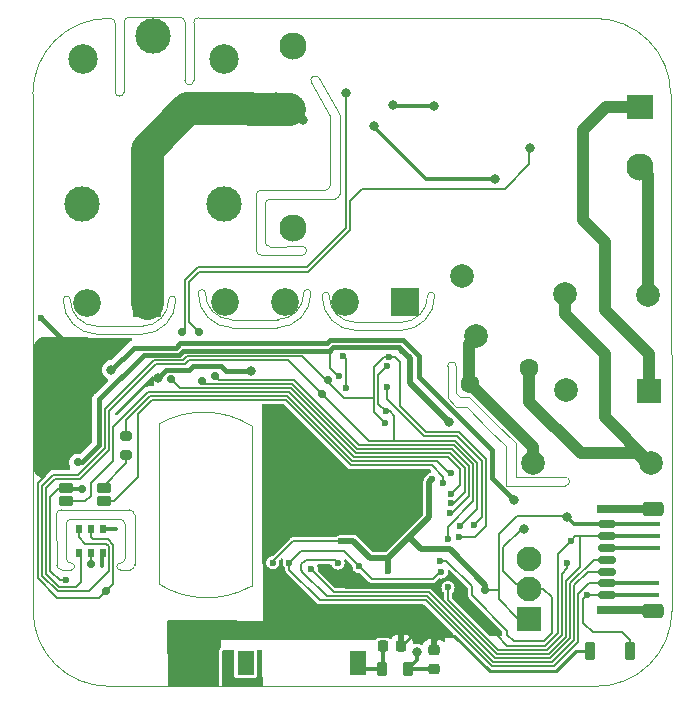
<source format=gbr>
%TF.GenerationSoftware,KiCad,Pcbnew,7.0.6*%
%TF.CreationDate,2023-07-20T17:02:44+02:00*%
%TF.ProjectId,smart_power_socket-54x54x1_6mm_3Cu,736d6172-745f-4706-9f77-65725f736f63,rev?*%
%TF.SameCoordinates,Original*%
%TF.FileFunction,Copper,L2,Bot*%
%TF.FilePolarity,Positive*%
%FSLAX46Y46*%
G04 Gerber Fmt 4.6, Leading zero omitted, Abs format (unit mm)*
G04 Created by KiCad (PCBNEW 7.0.6) date 2023-07-20 17:02:44*
%MOMM*%
%LPD*%
G01*
G04 APERTURE LIST*
G04 Aperture macros list*
%AMRoundRect*
0 Rectangle with rounded corners*
0 $1 Rounding radius*
0 $2 $3 $4 $5 $6 $7 $8 $9 X,Y pos of 4 corners*
0 Add a 4 corners polygon primitive as box body*
4,1,4,$2,$3,$4,$5,$6,$7,$8,$9,$2,$3,0*
0 Add four circle primitives for the rounded corners*
1,1,$1+$1,$2,$3*
1,1,$1+$1,$4,$5*
1,1,$1+$1,$6,$7*
1,1,$1+$1,$8,$9*
0 Add four rect primitives between the rounded corners*
20,1,$1+$1,$2,$3,$4,$5,0*
20,1,$1+$1,$4,$5,$6,$7,0*
20,1,$1+$1,$6,$7,$8,$9,0*
20,1,$1+$1,$8,$9,$2,$3,0*%
G04 Aperture macros list end*
%TA.AperFunction,SMDPad,CuDef*%
%ADD10R,4.500000X0.300000*%
%TD*%
%TA.AperFunction,SMDPad,CuDef*%
%ADD11RoundRect,0.225000X-0.225000X-0.250000X0.225000X-0.250000X0.225000X0.250000X-0.225000X0.250000X0*%
%TD*%
%TA.AperFunction,SMDPad,CuDef*%
%ADD12R,1.400000X2.100000*%
%TD*%
%TA.AperFunction,SMDPad,CuDef*%
%ADD13R,5.700000X0.800000*%
%TD*%
%TA.AperFunction,SMDPad,CuDef*%
%ADD14RoundRect,0.218750X-0.218750X-0.381250X0.218750X-0.381250X0.218750X0.381250X-0.218750X0.381250X0*%
%TD*%
%TA.AperFunction,SMDPad,CuDef*%
%ADD15RoundRect,0.150000X-0.625000X0.150000X-0.625000X-0.150000X0.625000X-0.150000X0.625000X0.150000X0*%
%TD*%
%TA.AperFunction,SMDPad,CuDef*%
%ADD16RoundRect,0.250000X-0.650000X0.350000X-0.650000X-0.350000X0.650000X-0.350000X0.650000X0.350000X0*%
%TD*%
%TA.AperFunction,SMDPad,CuDef*%
%ADD17RoundRect,0.200000X-0.275000X0.200000X-0.275000X-0.200000X0.275000X-0.200000X0.275000X0.200000X0*%
%TD*%
%TA.AperFunction,ComponentPad*%
%ADD18C,1.600000*%
%TD*%
%TA.AperFunction,ComponentPad*%
%ADD19C,3.000000*%
%TD*%
%TA.AperFunction,ComponentPad*%
%ADD20C,2.500000*%
%TD*%
%TA.AperFunction,SMDPad,CuDef*%
%ADD21RoundRect,0.200000X-0.200000X-0.600000X0.200000X-0.600000X0.200000X0.600000X-0.200000X0.600000X0*%
%TD*%
%TA.AperFunction,SMDPad,CuDef*%
%ADD22RoundRect,0.037100X0.227900X-0.317900X0.227900X0.317900X-0.227900X0.317900X-0.227900X-0.317900X0*%
%TD*%
%TA.AperFunction,ComponentPad*%
%ADD23C,2.010000*%
%TD*%
%TA.AperFunction,SMDPad,CuDef*%
%ADD24RoundRect,0.124800X0.475200X0.275200X-0.475200X0.275200X-0.475200X-0.275200X0.475200X-0.275200X0*%
%TD*%
%TA.AperFunction,ComponentPad*%
%ADD25R,2.340000X2.340000*%
%TD*%
%TA.AperFunction,ComponentPad*%
%ADD26C,2.340000*%
%TD*%
%TA.AperFunction,ComponentPad*%
%ADD27R,2.000000X2.000000*%
%TD*%
%TA.AperFunction,ComponentPad*%
%ADD28C,2.000000*%
%TD*%
%TA.AperFunction,ComponentPad*%
%ADD29R,2.300000X2.000000*%
%TD*%
%TA.AperFunction,ComponentPad*%
%ADD30C,2.300000*%
%TD*%
%TA.AperFunction,ComponentPad*%
%ADD31R,2.100000X2.100000*%
%TD*%
%TA.AperFunction,ComponentPad*%
%ADD32C,2.100000*%
%TD*%
%TA.AperFunction,SMDPad,CuDef*%
%ADD33RoundRect,0.225000X0.250000X-0.225000X0.250000X0.225000X-0.250000X0.225000X-0.250000X-0.225000X0*%
%TD*%
%TA.AperFunction,ViaPad*%
%ADD34C,0.700000*%
%TD*%
%TA.AperFunction,ViaPad*%
%ADD35C,0.600000*%
%TD*%
%TA.AperFunction,ViaPad*%
%ADD36C,0.800000*%
%TD*%
%TA.AperFunction,Conductor*%
%ADD37C,0.400000*%
%TD*%
%TA.AperFunction,Conductor*%
%ADD38C,0.150000*%
%TD*%
%TA.AperFunction,Conductor*%
%ADD39C,0.510000*%
%TD*%
%TA.AperFunction,Conductor*%
%ADD40C,0.200000*%
%TD*%
%TA.AperFunction,Conductor*%
%ADD41C,0.300000*%
%TD*%
%TA.AperFunction,Conductor*%
%ADD42C,0.250000*%
%TD*%
%TA.AperFunction,Conductor*%
%ADD43C,0.320000*%
%TD*%
%TA.AperFunction,Conductor*%
%ADD44C,1.000000*%
%TD*%
%TA.AperFunction,Conductor*%
%ADD45C,2.800000*%
%TD*%
%TA.AperFunction,Profile*%
%ADD46C,0.100000*%
%TD*%
G04 APERTURE END LIST*
D10*
%TO.P,,1*%
%TO.N,ESP_GPIO0_BOOT-DTR*%
X164860000Y-117910000D03*
%TD*%
%TO.P,,1*%
%TO.N,GND*%
X164920000Y-113920000D03*
%TD*%
%TO.P,,1*%
%TO.N,CHIP_EN*%
X164810000Y-118930000D03*
%TD*%
%TO.P,,1*%
%TO.N,3V3*%
X164900000Y-112930000D03*
%TD*%
%TO.P,,1*%
%TO.N,GND3*%
X164920000Y-114920000D03*
%TD*%
D11*
%TO.P,EC6,1*%
%TO.N,Net-(ANT1-Pad1)*%
X143690000Y-123240000D03*
%TO.P,EC6,2*%
%TO.N,GND*%
X145240000Y-123240000D03*
%TD*%
D12*
%TO.P,ANT1,1,1*%
%TO.N,Net-(ANT1-Pad1)*%
X141540000Y-124650000D03*
%TO.P,ANT1,2,2*%
%TO.N,unconnected-(ANT1-Pad2)*%
X132040000Y-124650000D03*
%TD*%
D13*
%TO.P,,1*%
%TO.N,GND3*%
X164590000Y-111600000D03*
%TD*%
D14*
%TO.P,EL1,1,1*%
%TO.N,Net-(ANT1-Pad1)*%
X143630000Y-125170000D03*
%TO.P,EL1,2,2*%
%TO.N,ESP_LNA_RF*%
X145755000Y-125170000D03*
%TD*%
D15*
%TO.P,J1,1,Pin_1*%
%TO.N,3V3*%
X162685000Y-112920000D03*
%TO.P,J1,2,Pin_2*%
%TO.N,GND*%
X162685000Y-113920000D03*
%TO.P,J1,3,Pin_3*%
%TO.N,unconnected-(J1-Pin_3-Pad3)*%
X162685000Y-114920000D03*
%TO.P,J1,4,Pin_4*%
%TO.N,TXD0*%
X162685000Y-115920000D03*
%TO.P,J1,5,Pin_5*%
%TO.N,RXD0*%
X162685000Y-116920000D03*
%TO.P,J1,6,Pin_6*%
%TO.N,ESP_GPIO0_BOOT-DTR*%
X162685000Y-117920000D03*
%TO.P,J1,7,Pin_7*%
%TO.N,CHIP_EN*%
X162685000Y-118920000D03*
D16*
%TO.P,J1,MP*%
%TO.N,N/C*%
X166560000Y-111620000D03*
X166560000Y-120220000D03*
%TD*%
D17*
%TO.P,LR1,1*%
%TO.N,LED_R_IO13*%
X121920000Y-105395000D03*
%TO.P,LR1,2*%
%TO.N,Net-(LED1-RA)*%
X121920000Y-107045000D03*
%TD*%
D18*
%TO.P,HLV1,1*%
%TO.N,Net-(HLC2-Pad1)*%
X151019924Y-101002000D03*
%TO.P,HLV1,2*%
%TO.N,/GND_220*%
X156019924Y-99702000D03*
%TD*%
D19*
%TO.P,Relay1,1*%
%TO.N,Net-(ACS1-IP--Pad3)*%
X124194924Y-71607000D03*
D20*
%TO.P,Relay1,2*%
%TO.N,GND*%
X130244924Y-73557000D03*
D19*
%TO.P,Relay1,3*%
%TO.N,LINE_OUT*%
X130244924Y-85757000D03*
%TO.P,Relay1,4*%
%TO.N,unconnected-(Relay1-Pad4)*%
X118194924Y-85807000D03*
D20*
%TO.P,Relay1,5*%
%TO.N,Net-(HLD3-K)*%
X118244924Y-73557000D03*
%TD*%
D21*
%TO.P,RST1,1,1*%
%TO.N,GND*%
X161240000Y-123620000D03*
%TO.P,RST1,2,2*%
%TO.N,CHIP_EN*%
X164580000Y-123620000D03*
%TD*%
D22*
%TO.P,U4,1,NC*%
%TO.N,unconnected-(U4-NC-Pad1)*%
X119940000Y-115320000D03*
%TO.P,U4,2,VDD*%
%TO.N,3V3*%
X118940000Y-115320000D03*
%TO.P,U4,3,SCL*%
%TO.N,GPIO9_I2C_SCL*%
X117940000Y-115320000D03*
%TO.P,U4,4,SDA*%
%TO.N,GPIO8_I2C_SDA*%
X117940000Y-113350000D03*
%TO.P,U4,5,GND*%
%TO.N,GND*%
X118940000Y-113350000D03*
%TO.P,U4,6,NC*%
%TO.N,unconnected-(U4-NC-Pad6)*%
X119940000Y-113350000D03*
%TD*%
D23*
%TO.P,PF1,1*%
%TO.N,Net-(HLC2-Pad1)*%
X151579924Y-96952000D03*
%TO.P,PF1,2*%
%TO.N,/AC_220_IN*%
X150379924Y-91852000D03*
%TD*%
D24*
%TO.P,LED1,1,GA*%
%TO.N,LED_G_IO14*%
X120040000Y-110950000D03*
%TO.P,LED1,2,BA*%
%TO.N,LED_B_IO12*%
X116860000Y-110960000D03*
%TO.P,LED1,3,RA*%
%TO.N,Net-(LED1-RA)*%
X120040000Y-109810000D03*
%TO.P,LED1,4,K*%
%TO.N,3V3*%
X116850000Y-109840000D03*
%TD*%
D13*
%TO.P,,1*%
%TO.N,GND3*%
X164580000Y-120210000D03*
%TD*%
D25*
%TO.P,J5,1,Pin_1*%
%TO.N,/GND_220*%
X123730000Y-94180000D03*
D26*
%TO.P,J5,2,Pin_2*%
%TO.N,LINE_OUT*%
X118650000Y-94180000D03*
%TD*%
D27*
%TO.P,HLL2,1,1*%
%TO.N,Net-(HiLink1-AC_N)*%
X166205549Y-101650750D03*
D28*
%TO.P,HLL2,2,2*%
%TO.N,Net-(HLC2-Pad1)*%
X159138049Y-101578250D03*
%TO.P,HLL2,3,3*%
%TO.N,Net-(HiLink1-AC_L)*%
X166135549Y-93522750D03*
%TO.P,HLL2,4,4*%
%TO.N,/GND_220*%
X159088049Y-93445250D03*
%TD*%
D25*
%TO.P,J2,1,Pin_1*%
%TO.N,/AC_220_IN*%
X145530000Y-94080000D03*
D26*
%TO.P,J2,2,Pin_2*%
X140450000Y-94080000D03*
%TO.P,J2,3,Pin_3*%
%TO.N,/GND_220*%
X135370000Y-94080000D03*
%TO.P,J2,4,Pin_4*%
X130290000Y-94080000D03*
%TD*%
D29*
%TO.P,HiLink1,1,AC_N*%
%TO.N,Net-(HiLink1-AC_N)*%
X165422424Y-77622000D03*
D30*
%TO.P,HiLink1,2,AC_L*%
%TO.N,Net-(HiLink1-AC_L)*%
X165422424Y-82622000D03*
%TO.P,HiLink1,3,DC-*%
%TO.N,GND3*%
X136022424Y-72422000D03*
%TO.P,HiLink1,4,DC+*%
%TO.N,Net-(HiLink1-DC+)*%
X136022424Y-87822000D03*
%TD*%
D31*
%TO.P,TEMPDS1,1,Pin_1*%
%TO.N,3V3*%
X156040000Y-120890000D03*
D32*
%TO.P,TEMPDS1,2,Pin_2*%
%TO.N,DS_TEMP_IO01*%
X156040000Y-118350000D03*
%TO.P,TEMPDS1,3,Pin_3*%
%TO.N,GND*%
X156040000Y-115810000D03*
%TD*%
D33*
%TO.P,EC9,1*%
%TO.N,ESP_LNA_RF*%
X147990000Y-125145000D03*
%TO.P,EC9,2*%
%TO.N,GND*%
X147990000Y-123595000D03*
%TD*%
D28*
%TO.P,HLC2,1*%
%TO.N,Net-(HLC2-Pad1)*%
X156390000Y-107740000D03*
%TO.P,HLC2,2*%
%TO.N,/GND_220*%
X166390000Y-107740000D03*
%TD*%
D34*
%TO.N,3V3*%
X117830000Y-107680000D03*
D35*
X140330000Y-98640000D03*
X116840000Y-117665500D03*
X140114000Y-114349424D03*
D34*
X152310228Y-118505449D03*
D35*
X140560000Y-101370000D03*
D34*
X118930000Y-116300000D03*
D35*
X134350000Y-116150000D03*
D36*
X159230000Y-112260000D03*
D35*
X147845553Y-109087813D03*
D36*
X149245000Y-104265000D03*
D34*
X118210000Y-109890000D03*
D35*
X139994000Y-100320000D03*
X144090076Y-116905500D03*
D36*
%TO.N,GND*%
X146230228Y-111825449D03*
X145180228Y-110845449D03*
X144960228Y-113185449D03*
X143964000Y-112059424D03*
X132530000Y-99920000D03*
D35*
X150350000Y-118380000D03*
D36*
X119400000Y-99400000D03*
X142760228Y-110905449D03*
X148270000Y-122360000D03*
D35*
X114720000Y-95450000D03*
D36*
X148009924Y-77522000D03*
D35*
X159580000Y-114300000D03*
D36*
X142600076Y-113375500D03*
D34*
X120240000Y-118550000D03*
D36*
X117169924Y-102142000D03*
X143610228Y-114425449D03*
D35*
X153250000Y-122150000D03*
X139630000Y-117380000D03*
D36*
X144544924Y-77452000D03*
X124630000Y-100510000D03*
X144120228Y-109945449D03*
%TO.N,5V0*%
X153179924Y-83642000D03*
X120690000Y-99820000D03*
X154730000Y-110850000D03*
X142924924Y-79202000D03*
D35*
%TO.N,RXD0*%
X139865000Y-116185000D03*
%TO.N,TXD0*%
X137600000Y-116720500D03*
%TO.N,CHIP_EN*%
X149190000Y-118250000D03*
X160970000Y-118920000D03*
X159270000Y-116160000D03*
%TO.N,ESP_GPIO0_BOOT-DTR*%
X141638277Y-116465625D03*
X148600000Y-116950000D03*
X135735076Y-116170500D03*
%TO.N,GPIO8_I2C_SDA*%
X143870000Y-104350000D03*
X144220670Y-98763567D03*
D34*
X138990000Y-100730000D03*
D35*
X150150000Y-114010000D03*
%TO.N,GPIO9_I2C_SCL*%
X150240000Y-113040000D03*
D34*
X138540000Y-101900000D03*
D35*
X144030000Y-99540000D03*
X143900000Y-103360000D03*
D34*
%TO.N,ACS_HALL_IO10*%
X126680000Y-96660000D03*
X128330000Y-100745500D03*
D35*
X149325076Y-111980500D03*
D36*
X140549924Y-76412000D03*
D35*
%TO.N,RELAY_EN_IO11*%
X149395076Y-111123185D03*
D34*
X125750000Y-100650000D03*
D35*
%TO.N,LED_B_IO12*%
X149472274Y-110325769D03*
%TO.N,LED_R_IO13*%
X149470000Y-108550000D03*
%TO.N,LED_G_IO14*%
X148740000Y-109380000D03*
D36*
%TO.N,DS_TEMP_IO01*%
X155597424Y-113292576D03*
D35*
X148540000Y-116000000D03*
%TO.N,IMU_CS_IO06*%
X144000000Y-101300000D03*
X151370000Y-112980000D03*
D34*
%TO.N,BUZZER_IO07*%
X129480000Y-100395500D03*
D35*
X149175076Y-114150500D03*
D36*
X156120000Y-81020000D03*
D34*
X128100000Y-96650000D03*
D36*
%TO.N,ESP_LNA_RF*%
X146550000Y-123700000D03*
%TO.N,/GND_220*%
X135770000Y-78450000D03*
X134640000Y-76740000D03*
X136890000Y-78680000D03*
X136520000Y-77590000D03*
X135600000Y-76870000D03*
X135020000Y-77640000D03*
%TD*%
D37*
%TO.N,3V3*%
X118218248Y-107680000D02*
X117830000Y-107680000D01*
D38*
X139910000Y-100320000D02*
X139994000Y-100320000D01*
D39*
X141126449Y-114306449D02*
X140116449Y-114306449D01*
D40*
X159230000Y-112260000D02*
X159170000Y-112200000D01*
D38*
X116840000Y-117665500D02*
X116355500Y-117665500D01*
D41*
X159230000Y-112260000D02*
X159890000Y-112920000D01*
D37*
X119665000Y-106233248D02*
X118218248Y-107680000D01*
D38*
X118930000Y-116300000D02*
X118940000Y-116290000D01*
D37*
X123450000Y-98550000D02*
X119665000Y-102335000D01*
D38*
X153480000Y-118495449D02*
X153470000Y-118505449D01*
X139230000Y-98130000D02*
X139230000Y-99640000D01*
D40*
X153470000Y-118050000D02*
X153470000Y-119230000D01*
X159170000Y-112200000D02*
X155030000Y-112200000D01*
D37*
X139460000Y-97900000D02*
X145020000Y-97900000D01*
D41*
X116900000Y-109890000D02*
X116850000Y-109840000D01*
D39*
X144092525Y-115762525D02*
X144092525Y-116862525D01*
D38*
X139230000Y-99640000D02*
X139910000Y-100320000D01*
D39*
X152310228Y-118040228D02*
X149310000Y-115040000D01*
D40*
X153470000Y-113760000D02*
X153470000Y-118050000D01*
D39*
X147582525Y-112272525D02*
X144092525Y-115762525D01*
D41*
X118210000Y-109890000D02*
X116900000Y-109890000D01*
D39*
X147582525Y-109350841D02*
X147582525Y-112272525D01*
D37*
X139230000Y-98130000D02*
X139160000Y-98200000D01*
X139160000Y-98200000D02*
X126773274Y-98200000D01*
D38*
X115520000Y-110580000D02*
X116260000Y-109840000D01*
X116260000Y-109840000D02*
X116850000Y-109840000D01*
D37*
X145020000Y-97900000D02*
X145240000Y-98120000D01*
D41*
X156040000Y-120890000D02*
X155270000Y-120890000D01*
D39*
X149245000Y-104265000D02*
X145960000Y-100980000D01*
D37*
X126423274Y-98550000D02*
X123450000Y-98550000D01*
D42*
X156130000Y-120890000D02*
X155878000Y-121142000D01*
D39*
X147845553Y-109087813D02*
X147582525Y-109350841D01*
X142582525Y-115762525D02*
X141126449Y-114306449D01*
D40*
X153470000Y-119230000D02*
X155130000Y-120890000D01*
X155130000Y-120890000D02*
X156040000Y-120890000D01*
D38*
X140560000Y-98870000D02*
X140560000Y-101370000D01*
D39*
X152310228Y-118505449D02*
X152310228Y-118040228D01*
D37*
X119665000Y-102335000D02*
X119665000Y-106233248D01*
D39*
X144092525Y-115762525D02*
X142582525Y-115762525D01*
D40*
X155030000Y-112200000D02*
X153470000Y-113760000D01*
D39*
X145960000Y-100980000D02*
X145960000Y-98840000D01*
D38*
X118940000Y-116290000D02*
X118940000Y-115320000D01*
D40*
X153470000Y-118505449D02*
X152310228Y-118505449D01*
D38*
X115520000Y-116830000D02*
X115520000Y-110580000D01*
X140330000Y-98640000D02*
X140560000Y-98870000D01*
D41*
X159890000Y-112920000D02*
X162685000Y-112920000D01*
D38*
X136020576Y-114349424D02*
X140114000Y-114349424D01*
D39*
X145960000Y-98840000D02*
X145240000Y-98120000D01*
D38*
X116355500Y-117665500D02*
X115520000Y-116830000D01*
X134350000Y-116020000D02*
X136020576Y-114349424D01*
D37*
X126773274Y-98200000D02*
X126423274Y-98550000D01*
D41*
X156040000Y-120890000D02*
X156490000Y-120890000D01*
D39*
X149310000Y-115040000D02*
X146890001Y-115040000D01*
D37*
X139230000Y-98130000D02*
X139460000Y-97900000D01*
D40*
X153470000Y-118050000D02*
X153470000Y-118505449D01*
X147755000Y-112115000D02*
X147755000Y-112145000D01*
D38*
X134350000Y-116150000D02*
X134350000Y-116020000D01*
D39*
X146890001Y-115040000D02*
X145852576Y-114002575D01*
D38*
%TO.N,GND*%
X118940000Y-113990000D02*
X118940000Y-113350000D01*
X120240000Y-118550000D02*
X120830000Y-117960000D01*
D40*
X120240000Y-118550000D02*
X119640000Y-119150000D01*
X116120000Y-119150000D02*
X114445000Y-117475000D01*
D42*
X149724313Y-122360000D02*
X152714312Y-125350000D01*
D37*
X119400000Y-99400000D02*
X118670000Y-99400000D01*
X118670000Y-99400000D02*
X114720000Y-95450000D01*
D42*
X153250000Y-121730000D02*
X153250000Y-122150000D01*
D38*
X153380000Y-122400000D02*
X153380000Y-122210000D01*
D37*
X132490000Y-99960000D02*
X130390000Y-99960000D01*
D43*
X147990000Y-123595000D02*
X147990000Y-122640000D01*
D38*
X159180000Y-117730000D02*
X160380000Y-116530000D01*
X120830000Y-114645026D02*
X120374974Y-114190000D01*
D40*
X114445000Y-117475000D02*
X114445000Y-109425000D01*
X144614924Y-77522000D02*
X144544924Y-77452000D01*
D38*
X159580000Y-114300000D02*
X159960000Y-113920000D01*
D42*
X146110000Y-122370000D02*
X145240000Y-123240000D01*
D38*
X157705026Y-123900000D02*
X159180000Y-122425026D01*
D37*
X129930000Y-99500000D02*
X127590000Y-99500000D01*
D38*
X154160000Y-123180000D02*
X153380000Y-122400000D01*
X147724922Y-118310000D02*
X153314922Y-123900000D01*
X158460000Y-122155078D02*
X157435078Y-123180000D01*
X120830000Y-117960000D02*
X120830000Y-114645026D01*
X140560000Y-118310000D02*
X147724922Y-118310000D01*
X120374974Y-114190000D02*
X119140000Y-114190000D01*
D42*
X150350000Y-118380000D02*
X150350000Y-118830000D01*
D37*
X117169924Y-104360076D02*
X117169924Y-102142000D01*
D42*
X153310000Y-122210000D02*
X153250000Y-122150000D01*
X148260000Y-122370000D02*
X146110000Y-122370000D01*
D38*
X139630000Y-117380000D02*
X140560000Y-118310000D01*
D42*
X153380000Y-122210000D02*
X153310000Y-122210000D01*
D37*
X127590000Y-99500000D02*
X127240000Y-99850000D01*
D42*
X160035634Y-123620000D02*
X161240000Y-123620000D01*
D37*
X125290000Y-99850000D02*
X124630000Y-100510000D01*
X132530000Y-99920000D02*
X132490000Y-99960000D01*
D38*
X153314922Y-123900000D02*
X157705026Y-123900000D01*
X119140000Y-114190000D02*
X118940000Y-113990000D01*
D40*
X119640000Y-119150000D02*
X116120000Y-119150000D01*
D42*
X148270000Y-122360000D02*
X148260000Y-122370000D01*
D38*
X159960000Y-113920000D02*
X162685000Y-113920000D01*
D37*
X130390000Y-99960000D02*
X129930000Y-99500000D01*
D42*
X158305634Y-125350000D02*
X160035634Y-123620000D01*
D41*
X148009924Y-77522000D02*
X144614924Y-77522000D01*
D42*
X152714312Y-125350000D02*
X158305634Y-125350000D01*
D38*
X159665000Y-114315000D02*
X159605000Y-114315000D01*
X157435078Y-123180000D02*
X154160000Y-123180000D01*
X160380000Y-116530000D02*
X160380000Y-113920000D01*
D42*
X148270000Y-122360000D02*
X149724313Y-122360000D01*
D38*
X158460000Y-115460000D02*
X158460000Y-122155078D01*
D37*
X116030000Y-105500000D02*
X117169924Y-104360076D01*
D43*
X147990000Y-122640000D02*
X148270000Y-122360000D01*
D38*
X159180000Y-122425026D02*
X159180000Y-117730000D01*
D40*
X114445000Y-109425000D02*
X116030000Y-107840000D01*
D38*
X159605000Y-114315000D02*
X158460000Y-115460000D01*
D42*
X150350000Y-118830000D02*
X153250000Y-121730000D01*
D37*
X116030000Y-107840000D02*
X116030000Y-105500000D01*
X127240000Y-99850000D02*
X125290000Y-99850000D01*
D41*
%TO.N,5V0*%
X147319924Y-83642000D02*
X153179924Y-83642000D01*
X142924924Y-79202000D02*
X142924924Y-79247000D01*
X142924924Y-79247000D02*
X147319924Y-83642000D01*
D37*
X126174746Y-97950000D02*
X126524746Y-97600000D01*
X145346310Y-97300000D02*
X146690000Y-98643690D01*
X138911472Y-97600000D02*
X139211472Y-97300000D01*
X120690000Y-99820000D02*
X122560000Y-97950000D01*
X146690000Y-100440000D02*
X152910000Y-106660000D01*
X152910000Y-109030000D02*
X154730000Y-110850000D01*
X139211472Y-97300000D02*
X145346310Y-97300000D01*
X122560000Y-97950000D02*
X126174746Y-97950000D01*
X126524746Y-97600000D02*
X138911472Y-97600000D01*
X152910000Y-106660000D02*
X152910000Y-109030000D01*
X146690000Y-98643690D02*
X146690000Y-100440000D01*
D38*
%TO.N,RXD0*%
X136856447Y-116916447D02*
X138950000Y-119010000D01*
X161005026Y-116920000D02*
X162685000Y-116920000D01*
X136710000Y-116527107D02*
X136710000Y-116562893D01*
X159880000Y-118045026D02*
X161005026Y-116920000D01*
X138950000Y-119010000D02*
X147434974Y-119010000D01*
X136711602Y-116461491D02*
X136710000Y-116527107D01*
X137201491Y-115971597D02*
X137074729Y-116005561D01*
X136811176Y-116868922D02*
X136856447Y-116916447D01*
X139650000Y-115970000D02*
X137267107Y-115970000D01*
X136856446Y-116173554D02*
X136811179Y-116221082D01*
X136711597Y-116628509D02*
X136745561Y-116755271D01*
X157994974Y-124600000D02*
X159880000Y-122714974D01*
X136961078Y-116071176D02*
X136913553Y-116116447D01*
X136745565Y-116334732D02*
X136711602Y-116461491D01*
X147434974Y-119010000D02*
X153024973Y-124600000D01*
X139865000Y-116185000D02*
X139650000Y-115970000D01*
X136811179Y-116221082D02*
X136745565Y-116334732D01*
X136745561Y-116755271D02*
X136811176Y-116868922D01*
X137074729Y-116005561D02*
X136961078Y-116071176D01*
X153024973Y-124600000D02*
X157994974Y-124600000D01*
X159880000Y-122714974D02*
X159880000Y-118045026D01*
X136710000Y-116562893D02*
X136711597Y-116628509D01*
X136913553Y-116116447D02*
X136856446Y-116173554D01*
X137267107Y-115970000D02*
X137201491Y-115971597D01*
%TO.N,TXD0*%
X157850000Y-124250000D02*
X159530000Y-122570000D01*
X159530000Y-117900052D02*
X161510052Y-115920000D01*
X137600000Y-116730000D02*
X139530000Y-118660000D01*
X153169947Y-124250000D02*
X157850000Y-124250000D01*
X137600000Y-116720500D02*
X137600000Y-116730000D01*
X159530000Y-122570000D02*
X159530000Y-117900052D01*
X161510052Y-115920000D02*
X162685000Y-115920000D01*
X139530000Y-118660000D02*
X147579948Y-118660000D01*
X147579948Y-118660000D02*
X153169947Y-124250000D01*
%TO.N,CHIP_EN*%
X160650000Y-121250000D02*
X161460000Y-122060000D01*
X157580052Y-123530000D02*
X153439896Y-123530000D01*
X163940000Y-122060000D02*
X164580000Y-122700000D01*
X159270000Y-116650000D02*
X158810000Y-117110000D01*
X162685000Y-118920000D02*
X160970000Y-118920000D01*
X158810000Y-117110000D02*
X158810000Y-122300052D01*
X160650000Y-119240000D02*
X160650000Y-121250000D01*
X161460000Y-122060000D02*
X163940000Y-122060000D01*
X162615000Y-118990000D02*
X162685000Y-118920000D01*
X159270000Y-116160000D02*
X159270000Y-116650000D01*
X164580000Y-122700000D02*
X164580000Y-123620000D01*
X153439896Y-123530000D02*
X149190000Y-119280104D01*
X149190000Y-119280104D02*
X149190000Y-118250000D01*
X158810000Y-122300052D02*
X157580052Y-123530000D01*
X160970000Y-118920000D02*
X160650000Y-119240000D01*
%TO.N,ESP_GPIO0_BOOT-DTR*%
X160230000Y-122859948D02*
X158139948Y-124950000D01*
X161156827Y-117920000D02*
X160230000Y-118846827D01*
X147880000Y-117560000D02*
X142740000Y-117560000D01*
X162685000Y-117920000D02*
X161156827Y-117920000D01*
X141645625Y-116465625D02*
X141638277Y-116465625D01*
X148490000Y-116950000D02*
X147880000Y-117560000D01*
D42*
X162300000Y-117930000D02*
X162400000Y-118030000D01*
D38*
X142740000Y-117560000D02*
X141645625Y-116465625D01*
X152879998Y-124950000D02*
X147290000Y-119360000D01*
X158139948Y-124950000D02*
X152879998Y-124950000D01*
X147290000Y-119360000D02*
X138330000Y-119360000D01*
X135735076Y-116765076D02*
X135735076Y-116170500D01*
X160230000Y-118846827D02*
X160230000Y-122859948D01*
X138330000Y-119360000D02*
X135735076Y-116765076D01*
X148600000Y-116950000D02*
X148490000Y-116950000D01*
X141638277Y-116465625D02*
X141638277Y-116558277D01*
X136735576Y-115170000D02*
X140342652Y-115170000D01*
X135735076Y-116170500D02*
X136735576Y-115170000D01*
X140342652Y-115170000D02*
X141638277Y-116465625D01*
%TO.N,GPIO8_I2C_SDA*%
X124285000Y-99025000D02*
X120140000Y-103170000D01*
X145100000Y-102915026D02*
X147304974Y-105120000D01*
X120140000Y-103170000D02*
X120140000Y-106430000D01*
X144220670Y-98763567D02*
X144703567Y-98763567D01*
X143870000Y-104350000D02*
X143840000Y-104350000D01*
X140350000Y-102220000D02*
X136805000Y-98675000D01*
X142890000Y-102220000D02*
X140350000Y-102220000D01*
X114820000Y-117270000D02*
X116140000Y-118590000D01*
X147304974Y-105120000D02*
X150102870Y-105120000D01*
X145100000Y-99160000D02*
X145100000Y-102915026D01*
X116140000Y-118590000D02*
X118790000Y-118590000D01*
X142890000Y-103400000D02*
X142890000Y-102220000D01*
X151440000Y-114010000D02*
X150150000Y-114010000D01*
X114820000Y-109665026D02*
X114820000Y-117270000D01*
X115735026Y-108750000D02*
X114820000Y-109665026D01*
X118790000Y-118590000D02*
X120480000Y-116900000D01*
X120140000Y-106430000D02*
X117820000Y-108750000D01*
X127110025Y-98675000D02*
X126760025Y-99025000D01*
X152380000Y-107397129D02*
X152380000Y-113070000D01*
X126760025Y-99025000D02*
X124285000Y-99025000D01*
X117940000Y-113990000D02*
X117940000Y-113350000D01*
X118490000Y-114540000D02*
X117940000Y-113990000D01*
X120480000Y-114790000D02*
X120230000Y-114540000D01*
X150102870Y-105120000D02*
X152380000Y-107397129D01*
X144703567Y-98763567D02*
X145100000Y-99160000D01*
X142890000Y-99610000D02*
X142890000Y-102220000D01*
X117820000Y-108750000D02*
X115735026Y-108750000D01*
X144220670Y-98763567D02*
X143736433Y-98763567D01*
X152380000Y-113070000D02*
X151440000Y-114010000D01*
X143736433Y-98763567D02*
X142890000Y-99610000D01*
X120230000Y-114540000D02*
X118490000Y-114540000D01*
X136805000Y-98675000D02*
X127110025Y-98675000D01*
X143840000Y-104350000D02*
X142890000Y-103400000D01*
X120480000Y-116900000D02*
X120480000Y-114790000D01*
%TO.N,GPIO9_I2C_SCL*%
X120490000Y-106600000D02*
X120490000Y-103314974D01*
X118090000Y-115470000D02*
X118090000Y-117840000D01*
X144260000Y-103360000D02*
X144650000Y-103750000D01*
X117940000Y-115320000D02*
X118090000Y-115470000D01*
X143290000Y-102750000D02*
X143900000Y-103360000D01*
X144030000Y-99540000D02*
X143290000Y-100280000D01*
X126905000Y-99375000D02*
X127255000Y-99025000D01*
X115170000Y-109810000D02*
X115880000Y-109100000D01*
X118090000Y-117840000D02*
X117690000Y-118240000D01*
X151680000Y-107687078D02*
X149812922Y-105820000D01*
X143290000Y-100280000D02*
X143290000Y-102750000D01*
X144650000Y-105760000D02*
X144710000Y-105820000D01*
X117990000Y-109100000D02*
X120490000Y-106600000D01*
X120490000Y-103314974D02*
X124429974Y-99375000D01*
X151680000Y-111600000D02*
X151680000Y-107687078D01*
X115170000Y-117125026D02*
X115170000Y-109810000D01*
X142460000Y-105820000D02*
X138540000Y-101900000D01*
X117690000Y-118240000D02*
X116284974Y-118240000D01*
X143900000Y-103360000D02*
X144260000Y-103360000D01*
X116284974Y-118240000D02*
X115170000Y-117125026D01*
X135665000Y-99025000D02*
X138540000Y-101900000D01*
X144650000Y-103750000D02*
X144650000Y-105760000D01*
X150240000Y-113040000D02*
X151680000Y-111600000D01*
X124429974Y-99375000D02*
X126905000Y-99375000D01*
X149812922Y-105820000D02*
X142460000Y-105820000D01*
X127255000Y-99025000D02*
X135665000Y-99025000D01*
X115880000Y-109100000D02*
X117990000Y-109100000D01*
D44*
%TO.N,/AC_220_IN*%
X150444924Y-91927000D02*
X150317924Y-91800000D01*
%TO.N,Net-(HiLink1-AC_N)*%
X166164924Y-102042000D02*
X166164924Y-98497000D01*
X162450000Y-89020000D02*
X160590000Y-87160000D01*
X162450000Y-94782076D02*
X162450000Y-89020000D01*
X160590000Y-87160000D02*
X160590000Y-79550000D01*
X166164924Y-98497000D02*
X162450000Y-94782076D01*
X160590000Y-79550000D02*
X162518000Y-77622000D01*
X162518000Y-77622000D02*
X165422424Y-77622000D01*
%TO.N,Net-(HiLink1-AC_L)*%
X166135549Y-83335125D02*
X165422424Y-82622000D01*
X166135549Y-93522750D02*
X166135549Y-83335125D01*
D38*
%TO.N,ACS_HALL_IO10*%
X126890000Y-92269999D02*
X128030000Y-91130000D01*
X126890000Y-96450000D02*
X126890000Y-92269999D01*
X140560000Y-87850000D02*
X140560000Y-87680000D01*
X128330000Y-100745500D02*
X128604500Y-101020000D01*
X150974652Y-107971678D02*
X150974652Y-110555348D01*
X128030000Y-91130000D02*
X137280000Y-91130000D01*
X149549500Y-111980500D02*
X149325076Y-111980500D01*
X149522974Y-106520000D02*
X150974652Y-107971678D01*
X137280000Y-91130000D02*
X140560000Y-87850000D01*
X128604500Y-101020000D02*
X136015027Y-101020000D01*
X150974652Y-110555348D02*
X149549500Y-111980500D01*
X140549924Y-87669924D02*
X140549924Y-76412000D01*
X141515026Y-106520000D02*
X149522974Y-106520000D01*
X136015027Y-101020000D02*
X141515026Y-106520000D01*
X126680000Y-96660000D02*
X126890000Y-96450000D01*
X140560000Y-87680000D02*
X140549924Y-87669924D01*
%TO.N,RELAY_EN_IO11*%
X149666815Y-111123185D02*
X149395076Y-111123185D01*
X149378000Y-106870000D02*
X150624652Y-108116652D01*
X125750000Y-100650000D02*
X126470000Y-101370000D01*
X150624652Y-110165348D02*
X149666815Y-111123185D01*
X150624652Y-108116652D02*
X150624652Y-110165348D01*
X141370052Y-106870000D02*
X149378000Y-106870000D01*
X126470000Y-101370000D02*
X135870053Y-101370000D01*
X135870053Y-101370000D02*
X141370052Y-106870000D01*
%TO.N,LED_B_IO12*%
X118460000Y-110960000D02*
X118920000Y-110500000D01*
X150190000Y-108245000D02*
X150190000Y-109608043D01*
X120840000Y-107530000D02*
X120840000Y-104670052D01*
X149165000Y-107220000D02*
X150190000Y-108245000D01*
X120840000Y-104670052D02*
X123790051Y-101720000D01*
X116580000Y-110960000D02*
X118460000Y-110960000D01*
X135725079Y-101720000D02*
X141225078Y-107220000D01*
X150190000Y-109608043D02*
X149472274Y-110325769D01*
X123790051Y-101720000D02*
X135725079Y-101720000D01*
X118920000Y-110500000D02*
X118920000Y-109450000D01*
X118920000Y-109450000D02*
X120840000Y-107530000D01*
X141225078Y-107220000D02*
X149165000Y-107220000D01*
D44*
%TO.N,Net-(HLC2-Pad1)*%
X151000000Y-100982076D02*
X151019924Y-101002000D01*
X151644924Y-97027000D02*
X151000000Y-97671924D01*
X151019924Y-101002000D02*
X156398924Y-106381000D01*
X151000000Y-97671924D02*
X151000000Y-100982076D01*
X156398924Y-106381000D02*
X156398924Y-108147000D01*
D38*
%TO.N,Net-(LED1-RA)*%
X119850000Y-109810000D02*
X121920000Y-107740000D01*
X119760000Y-109810000D02*
X119850000Y-109810000D01*
X121920000Y-107740000D02*
X121920000Y-107045000D01*
%TO.N,LED_R_IO13*%
X149470000Y-108550000D02*
X149270000Y-108550000D01*
X141080104Y-107570000D02*
X135580105Y-102070000D01*
X149270000Y-108550000D02*
X148290000Y-107570000D01*
X148290000Y-107570000D02*
X141080104Y-107570000D01*
X123935025Y-102070000D02*
X121890000Y-104115025D01*
X121890000Y-104115025D02*
X121890000Y-105365000D01*
X135580105Y-102070000D02*
X123935025Y-102070000D01*
X121890000Y-105365000D02*
X121920000Y-105395000D01*
%TO.N,LED_G_IO14*%
X124080000Y-102420000D02*
X122950000Y-103550000D01*
X135435130Y-102420000D02*
X124080000Y-102420000D01*
X148740000Y-108870000D02*
X147790000Y-107920000D01*
X140935130Y-107920000D02*
X135435130Y-102420000D01*
X122950000Y-103550000D02*
X122950000Y-108870000D01*
X120870000Y-110950000D02*
X119760000Y-110950000D01*
X147790000Y-107920000D02*
X140935130Y-107920000D01*
X148740000Y-109380000D02*
X148740000Y-108870000D01*
X122950000Y-108870000D02*
X120870000Y-110950000D01*
%TO.N,DS_TEMP_IO01*%
X154200000Y-122280000D02*
X154750000Y-122830000D01*
X154750000Y-122830000D02*
X157290104Y-122830000D01*
X158020000Y-122100104D02*
X158020000Y-119110000D01*
X157260000Y-118350000D02*
X156040000Y-118350000D01*
X156319924Y-117642000D02*
X156319924Y-118160076D01*
D40*
X153880000Y-116900000D02*
X154920000Y-117940000D01*
X154920000Y-117940000D02*
X155630000Y-117940000D01*
X155597424Y-113292576D02*
X155457424Y-113292576D01*
D38*
X154200000Y-121920000D02*
X154200000Y-122280000D01*
X158020000Y-119110000D02*
X157260000Y-118350000D01*
D40*
X155630000Y-117940000D02*
X156040000Y-118350000D01*
D38*
X156319924Y-118160076D02*
X156130000Y-118350000D01*
X157290104Y-122830000D02*
X158020000Y-122100104D01*
D40*
X155457424Y-113292576D02*
X153880000Y-114870000D01*
X153880000Y-114870000D02*
X153880000Y-116900000D01*
D38*
X149040000Y-116000000D02*
X151210000Y-118170000D01*
X151210000Y-118170000D02*
X151210000Y-118930000D01*
D40*
X156130000Y-118350000D02*
X156040000Y-118350000D01*
D38*
X148540000Y-116000000D02*
X149040000Y-116000000D01*
X151210000Y-118930000D02*
X154200000Y-121920000D01*
%TO.N,IMU_CS_IO06*%
X149957896Y-105470000D02*
X152030000Y-107542103D01*
X152030000Y-107542103D02*
X152030000Y-112320000D01*
X144000000Y-102310000D02*
X147160000Y-105470000D01*
X144000000Y-101300000D02*
X144000000Y-102310000D01*
X147160000Y-105470000D02*
X149957896Y-105470000D01*
X152030000Y-112320000D02*
X151370000Y-112980000D01*
%TO.N,BUZZER_IO07*%
X151324652Y-107826704D02*
X151324652Y-110965348D01*
X128074974Y-91580000D02*
X137324974Y-91580000D01*
X156080000Y-82390000D02*
X156080000Y-81060000D01*
X129480000Y-100395500D02*
X129754500Y-100670000D01*
X140910000Y-87535025D02*
X140899924Y-87524949D01*
X149175076Y-113114924D02*
X149175076Y-114150500D01*
X140899924Y-87524949D02*
X140899924Y-85520076D01*
X128100000Y-96650000D02*
X127240000Y-95790000D01*
X153970000Y-84500000D02*
X156080000Y-82390000D01*
X127240000Y-92414974D02*
X128074974Y-91580000D01*
X140910000Y-87994974D02*
X140910000Y-87535025D01*
X156080000Y-81060000D02*
X156120000Y-81020000D01*
X137324974Y-91580000D02*
X140910000Y-87994974D01*
X149667948Y-106170000D02*
X151324652Y-107826704D01*
X127240000Y-95790000D02*
X127240000Y-92414974D01*
X129754500Y-100670000D02*
X136160001Y-100670000D01*
X141660000Y-106170000D02*
X149667948Y-106170000D01*
X151324652Y-110965348D02*
X149175076Y-113114924D01*
X136160001Y-100670000D02*
X141660000Y-106170000D01*
X140899924Y-85520076D02*
X141920000Y-84500000D01*
X141920000Y-84500000D02*
X153970000Y-84500000D01*
D41*
%TO.N,unconnected-(U4-NC-Pad1)*%
X119920000Y-115195000D02*
X119920000Y-116445000D01*
%TO.N,unconnected-(U4-NC-Pad6)*%
X119995000Y-113340000D02*
X121065000Y-113340000D01*
D43*
%TO.N,Net-(ANT1-Pad1)*%
X143690000Y-123240000D02*
X143690000Y-125110000D01*
X143690000Y-125110000D02*
X143630000Y-125170000D01*
X143630000Y-125170000D02*
X142060000Y-125170000D01*
X142060000Y-125170000D02*
X141540000Y-124650000D01*
%TO.N,ESP_LNA_RF*%
X145755000Y-125170000D02*
X147965000Y-125170000D01*
X147965000Y-125170000D02*
X147990000Y-125145000D01*
X145755000Y-125170000D02*
X146550000Y-124375000D01*
X146550000Y-124375000D02*
X146550000Y-123700000D01*
D45*
%TO.N,/GND_220*%
X123670000Y-94120000D02*
X123730000Y-94180000D01*
X123670000Y-81110000D02*
X123670000Y-94120000D01*
D44*
X162460000Y-103852076D02*
X162460000Y-98462076D01*
X156029924Y-99712000D02*
X156029924Y-102519924D01*
X156029924Y-102519924D02*
X160422000Y-106912000D01*
X162460000Y-98462076D02*
X159089924Y-95092000D01*
X165163924Y-106912000D02*
X166398924Y-108147000D01*
D45*
X135750000Y-77720000D02*
X132430000Y-77720000D01*
D44*
X159089924Y-95092000D02*
X159089924Y-93594500D01*
D45*
X132410000Y-77700000D02*
X127080000Y-77700000D01*
D44*
X166398924Y-108147000D02*
X166398924Y-107791000D01*
X160422000Y-106912000D02*
X165163924Y-106912000D01*
X166398924Y-107791000D02*
X162460000Y-103852076D01*
D45*
X132430000Y-77720000D02*
X132410000Y-77700000D01*
X127080000Y-77700000D02*
X123670000Y-81110000D01*
%TD*%
%TA.AperFunction,Conductor*%
%TO.N,GND*%
G36*
X148650344Y-121186328D02*
G01*
X148929439Y-121465423D01*
X148934502Y-122349122D01*
X148934501Y-122349123D01*
X148936655Y-122725125D01*
X148917043Y-122793360D01*
X148863655Y-122840159D01*
X148793440Y-122850665D01*
X148728691Y-122821542D01*
X148721562Y-122814942D01*
X148697734Y-122791114D01*
X148697728Y-122791109D01*
X148551884Y-122701152D01*
X148389241Y-122647257D01*
X148389229Y-122647255D01*
X148288852Y-122637000D01*
X148244000Y-122637000D01*
X148244000Y-123723000D01*
X148223998Y-123791121D01*
X148170342Y-123837614D01*
X148118000Y-123849000D01*
X147862000Y-123849000D01*
X147793879Y-123828998D01*
X147747386Y-123775342D01*
X147736000Y-123723000D01*
X147736000Y-122637000D01*
X147691147Y-122637000D01*
X147590770Y-122647255D01*
X147590758Y-122647257D01*
X147428115Y-122701152D01*
X147282271Y-122791109D01*
X147282265Y-122791114D01*
X147161114Y-122912265D01*
X147161109Y-122912271D01*
X147071152Y-123058115D01*
X147068101Y-123067322D01*
X147027683Y-123125691D01*
X146962125Y-123152943D01*
X146892241Y-123140425D01*
X146889944Y-123139249D01*
X146783797Y-123083539D01*
X146783795Y-123083538D01*
X146783793Y-123083537D01*
X146783791Y-123083536D01*
X146783790Y-123083536D01*
X146629472Y-123045500D01*
X146629471Y-123045500D01*
X146470529Y-123045500D01*
X146470525Y-123045500D01*
X146354153Y-123074183D01*
X146283225Y-123071064D01*
X146225243Y-123030094D01*
X146198615Y-122964279D01*
X146198000Y-122951844D01*
X146198000Y-122941147D01*
X146187744Y-122840770D01*
X146187742Y-122840758D01*
X146133847Y-122678115D01*
X146043890Y-122532271D01*
X146043885Y-122532265D01*
X145922734Y-122411114D01*
X145922728Y-122411109D01*
X145776884Y-122321152D01*
X145614241Y-122267257D01*
X145614229Y-122267255D01*
X145513852Y-122257000D01*
X145494000Y-122257000D01*
X145494000Y-123368000D01*
X145473998Y-123436121D01*
X145420342Y-123482614D01*
X145368000Y-123494000D01*
X145112000Y-123494000D01*
X145043879Y-123473998D01*
X144997386Y-123420342D01*
X144986000Y-123368000D01*
X144986000Y-122257000D01*
X144966147Y-122257000D01*
X144865770Y-122267255D01*
X144865758Y-122267257D01*
X144703115Y-122321152D01*
X144557271Y-122411109D01*
X144557265Y-122411114D01*
X144436114Y-122532265D01*
X144436107Y-122532273D01*
X144403477Y-122585176D01*
X144350691Y-122632653D01*
X144280616Y-122644056D01*
X144220727Y-122619895D01*
X144147167Y-122564827D01*
X144147166Y-122564826D01*
X144115929Y-122553175D01*
X144017973Y-122516640D01*
X144010834Y-122515872D01*
X143960871Y-122510500D01*
X143960864Y-122510500D01*
X143419136Y-122510500D01*
X143419128Y-122510500D01*
X143362027Y-122516640D01*
X143232835Y-122564825D01*
X143122455Y-122647456D01*
X143084967Y-122697534D01*
X143028131Y-122740079D01*
X142983811Y-122748023D01*
X129967852Y-122718216D01*
X129965241Y-123316548D01*
X129944942Y-123384581D01*
X129921758Y-123411219D01*
X129915646Y-123416516D01*
X129910066Y-123421351D01*
X129895814Y-123436121D01*
X129877944Y-123454639D01*
X129831014Y-123544356D01*
X129831013Y-123544359D01*
X129811011Y-123612480D01*
X129800500Y-123685589D01*
X129800500Y-123685591D01*
X129800500Y-126503500D01*
X129780498Y-126571621D01*
X129726842Y-126618114D01*
X129674500Y-126629500D01*
X125563977Y-126629500D01*
X125495856Y-126609498D01*
X125449363Y-126555842D01*
X125437980Y-126504426D01*
X125398788Y-121156002D01*
X125418291Y-121087739D01*
X125471604Y-121040854D01*
X125525637Y-121029084D01*
X148650344Y-121186328D01*
G37*
%TD.AperFunction*%
%TD*%
%TA.AperFunction,Conductor*%
%TO.N,GND*%
G36*
X122337848Y-97130057D02*
G01*
X122405816Y-97150571D01*
X122451904Y-97204576D01*
X122461478Y-97274924D01*
X122431499Y-97339280D01*
X122385119Y-97372460D01*
X122257159Y-97425464D01*
X122257157Y-97425465D01*
X122257158Y-97425465D01*
X122257152Y-97425468D01*
X122131719Y-97521717D01*
X122131716Y-97521720D01*
X122110063Y-97549938D01*
X122104625Y-97556139D01*
X120671960Y-98988803D01*
X120609648Y-99022829D01*
X120596974Y-99024916D01*
X120570516Y-99027897D01*
X120510745Y-99034632D01*
X120510742Y-99034632D01*
X120510741Y-99034633D01*
X120340477Y-99094211D01*
X120340474Y-99094212D01*
X120187739Y-99190182D01*
X120187737Y-99190183D01*
X120060183Y-99317737D01*
X120060182Y-99317739D01*
X119964212Y-99470474D01*
X119964211Y-99470477D01*
X119964211Y-99470478D01*
X119904632Y-99640745D01*
X119884435Y-99820000D01*
X119904632Y-99999255D01*
X119904633Y-99999257D01*
X119964211Y-100169522D01*
X119964212Y-100169525D01*
X120060182Y-100322260D01*
X120060183Y-100322262D01*
X120187737Y-100449816D01*
X120187739Y-100449817D01*
X120244748Y-100485638D01*
X120340478Y-100545789D01*
X120347140Y-100548120D01*
X120404832Y-100589499D01*
X120430994Y-100655500D01*
X120417320Y-100725167D01*
X120394619Y-100756144D01*
X119271139Y-101879625D01*
X119264938Y-101885063D01*
X119236718Y-101906717D01*
X119203055Y-101950589D01*
X119140465Y-102032157D01*
X119140463Y-102032160D01*
X119079955Y-102178239D01*
X119059317Y-102334998D01*
X119059318Y-102335000D01*
X119063960Y-102370273D01*
X119064499Y-102378490D01*
X119064499Y-105932322D01*
X119044497Y-106000443D01*
X119027594Y-106021417D01*
X118133503Y-106915508D01*
X118071191Y-106949534D01*
X118002801Y-106945345D01*
X117998069Y-106943689D01*
X117998062Y-106943688D01*
X117998061Y-106943687D01*
X117998059Y-106943687D01*
X117830000Y-106924751D01*
X117829999Y-106924751D01*
X117805554Y-106927505D01*
X117661941Y-106943687D01*
X117661938Y-106943687D01*
X117661938Y-106943688D01*
X117502310Y-106999543D01*
X117405981Y-107060071D01*
X117359110Y-107089523D01*
X117359108Y-107089524D01*
X117359106Y-107089526D01*
X117359105Y-107089526D01*
X117239526Y-107209105D01*
X117239526Y-107209106D01*
X117149543Y-107352310D01*
X117093688Y-107511938D01*
X117093687Y-107511941D01*
X117074751Y-107680000D01*
X117093687Y-107848059D01*
X117149544Y-108007690D01*
X117149545Y-108007692D01*
X117195899Y-108081464D01*
X117215205Y-108149785D01*
X117194510Y-108217698D01*
X117140383Y-108263641D01*
X117089212Y-108274500D01*
X115799700Y-108274500D01*
X115772916Y-108271620D01*
X115769299Y-108270833D01*
X115769295Y-108270833D01*
X115720277Y-108274339D01*
X115715781Y-108274500D01*
X115701015Y-108274500D01*
X115692285Y-108275754D01*
X115686396Y-108276601D01*
X115681929Y-108277081D01*
X115632911Y-108280588D01*
X115632905Y-108280590D01*
X115629430Y-108281886D01*
X115603362Y-108288539D01*
X115599688Y-108289067D01*
X115599685Y-108289068D01*
X115554987Y-108309481D01*
X115550838Y-108311199D01*
X115541472Y-108314692D01*
X115504800Y-108328370D01*
X115504797Y-108328372D01*
X115501819Y-108330601D01*
X115478685Y-108344327D01*
X115475310Y-108345868D01*
X115475306Y-108345871D01*
X115438174Y-108378045D01*
X115434676Y-108380864D01*
X115422847Y-108389719D01*
X115412393Y-108400172D01*
X115409107Y-108403230D01*
X115371973Y-108435408D01*
X115371967Y-108435415D01*
X115369962Y-108438535D01*
X115353066Y-108459499D01*
X114882833Y-108929732D01*
X114820521Y-108963758D01*
X114757135Y-108961203D01*
X114673819Y-108935909D01*
X114651012Y-108926457D01*
X114500108Y-108845772D01*
X114479581Y-108832055D01*
X114347299Y-108723487D01*
X114329843Y-108706031D01*
X114221269Y-108573753D01*
X114207550Y-108553227D01*
X114146220Y-108438535D01*
X114126853Y-108402317D01*
X114117406Y-108379523D01*
X114067682Y-108215768D01*
X114062860Y-108191563D01*
X114060135Y-108164001D01*
X114045608Y-108017065D01*
X114045304Y-108010929D01*
X114041107Y-98073565D01*
X114041408Y-98067416D01*
X114058711Y-97891869D01*
X114063566Y-97867534D01*
X114113697Y-97702907D01*
X114123227Y-97680002D01*
X114204663Y-97528399D01*
X114218498Y-97507808D01*
X114328083Y-97375107D01*
X114345686Y-97357628D01*
X114479164Y-97248989D01*
X114499842Y-97235307D01*
X114652030Y-97154946D01*
X114675005Y-97145579D01*
X114839984Y-97096620D01*
X114864345Y-97091939D01*
X115045047Y-97075423D01*
X115051225Y-97075165D01*
X122337848Y-97130057D01*
G37*
%TD.AperFunction*%
%TA.AperFunction,Conductor*%
G36*
X124205026Y-100376571D02*
G01*
X124261862Y-100419118D01*
X124286673Y-100485638D01*
X124286992Y-100495323D01*
X124283545Y-101119196D01*
X124263167Y-101187205D01*
X124209255Y-101233401D01*
X124157547Y-101244500D01*
X123854725Y-101244500D01*
X123827941Y-101241620D01*
X123824324Y-101240833D01*
X123824320Y-101240832D01*
X123775298Y-101244339D01*
X123770801Y-101244500D01*
X123756039Y-101244500D01*
X123741425Y-101246600D01*
X123736958Y-101247080D01*
X123687934Y-101250588D01*
X123684456Y-101251885D01*
X123658372Y-101258542D01*
X123654712Y-101259068D01*
X123654710Y-101259068D01*
X123654709Y-101259069D01*
X123610014Y-101279479D01*
X123605866Y-101281197D01*
X123559828Y-101298369D01*
X123559820Y-101298373D01*
X123556844Y-101300601D01*
X123533710Y-101314327D01*
X123530335Y-101315868D01*
X123530331Y-101315871D01*
X123493199Y-101348045D01*
X123489701Y-101350864D01*
X123477872Y-101359719D01*
X123467418Y-101370172D01*
X123464131Y-101373231D01*
X123434130Y-101399228D01*
X123429655Y-101401271D01*
X123424988Y-101408533D01*
X123408091Y-101429499D01*
X121180595Y-103656996D01*
X121118283Y-103691021D01*
X121047468Y-103685957D01*
X120990632Y-103643410D01*
X120965821Y-103576890D01*
X120965500Y-103567901D01*
X120965500Y-103564122D01*
X120985502Y-103496001D01*
X121002400Y-103475032D01*
X123236701Y-101240731D01*
X123245648Y-101235845D01*
X123262513Y-101214919D01*
X124071903Y-100405529D01*
X124134211Y-100371506D01*
X124205026Y-100376571D01*
G37*
%TD.AperFunction*%
%TD*%
%TA.AperFunction,Conductor*%
%TO.N,GND3*%
G36*
X133401956Y-123550527D02*
G01*
X133448932Y-123603760D01*
X133460794Y-123656344D01*
X133470025Y-125123975D01*
X133478696Y-126502709D01*
X133459123Y-126570953D01*
X133405761Y-126617782D01*
X133352699Y-126629500D01*
X130186000Y-126629500D01*
X130117879Y-126609498D01*
X130071386Y-126555842D01*
X130060000Y-126503500D01*
X130060000Y-123685589D01*
X130080002Y-123617468D01*
X130133658Y-123570975D01*
X130184859Y-123559594D01*
X130958362Y-123552605D01*
X131026660Y-123571991D01*
X131073636Y-123625224D01*
X131085500Y-123678600D01*
X131085500Y-125725063D01*
X131085501Y-125725073D01*
X131100265Y-125799300D01*
X131156516Y-125883484D01*
X131240697Y-125939733D01*
X131240699Y-125939734D01*
X131314933Y-125954500D01*
X132765066Y-125954499D01*
X132765069Y-125954498D01*
X132765073Y-125954498D01*
X132814326Y-125944701D01*
X132839301Y-125939734D01*
X132923484Y-125883484D01*
X132979734Y-125799301D01*
X132994500Y-125725067D01*
X132994499Y-123659071D01*
X133014501Y-123590951D01*
X133068157Y-123544458D01*
X133119356Y-123533078D01*
X133333660Y-123531141D01*
X133401956Y-123550527D01*
G37*
%TD.AperFunction*%
%TD*%
%TA.AperFunction,Conductor*%
%TO.N,GND*%
G36*
X140562216Y-115874401D02*
G01*
X140611530Y-115904861D01*
X141045908Y-116339239D01*
X141079934Y-116401551D01*
X141081736Y-116444775D01*
X141078992Y-116465624D01*
X141078992Y-116465626D01*
X141098048Y-116610377D01*
X141153921Y-116745266D01*
X141153926Y-116745274D01*
X141242802Y-116861099D01*
X141358627Y-116949975D01*
X141358634Y-116949980D01*
X141493523Y-117005853D01*
X141638277Y-117024910D01*
X141638279Y-117024910D01*
X141647110Y-117023746D01*
X141665609Y-117021311D01*
X141735757Y-117032247D01*
X141771154Y-117057137D01*
X142494894Y-117780877D01*
X142498597Y-117784918D01*
X142524934Y-117816305D01*
X142560411Y-117836787D01*
X142565042Y-117839738D01*
X142598599Y-117863235D01*
X142598601Y-117863235D01*
X142603663Y-117865596D01*
X142620308Y-117872491D01*
X142625562Y-117874403D01*
X142625566Y-117874405D01*
X142665925Y-117881520D01*
X142671252Y-117882701D01*
X142710840Y-117893310D01*
X142751646Y-117889739D01*
X142757132Y-117889500D01*
X147862868Y-117889500D01*
X147868353Y-117889739D01*
X147909160Y-117893310D01*
X147948735Y-117882705D01*
X147954073Y-117881520D01*
X147994434Y-117874405D01*
X147994435Y-117874404D01*
X147994437Y-117874404D01*
X147999699Y-117872488D01*
X148016322Y-117865603D01*
X148021398Y-117863235D01*
X148021401Y-117863235D01*
X148054973Y-117839726D01*
X148059573Y-117836796D01*
X148095066Y-117816305D01*
X148121403Y-117784916D01*
X148125095Y-117780886D01*
X148376413Y-117529568D01*
X148438723Y-117495544D01*
X148481947Y-117493743D01*
X148600000Y-117509285D01*
X148744754Y-117490228D01*
X148879643Y-117434355D01*
X148995474Y-117345474D01*
X149084355Y-117229643D01*
X149140228Y-117094754D01*
X149159285Y-116950000D01*
X149153697Y-116907558D01*
X149152436Y-116897976D01*
X149163375Y-116827827D01*
X149210504Y-116774729D01*
X149278857Y-116755539D01*
X149346735Y-116776350D01*
X149366448Y-116792431D01*
X149919492Y-117345474D01*
X150843595Y-118269577D01*
X150877621Y-118331889D01*
X150880500Y-118358672D01*
X150880500Y-118912867D01*
X150880260Y-118918360D01*
X150876690Y-118959158D01*
X150876690Y-118959165D01*
X150887290Y-118998725D01*
X150888480Y-119004091D01*
X150895593Y-119044430D01*
X150897498Y-119049664D01*
X150904416Y-119066367D01*
X150906762Y-119071397D01*
X150906765Y-119071401D01*
X150922861Y-119094389D01*
X150930258Y-119104952D01*
X150933212Y-119109589D01*
X150952860Y-119143620D01*
X150953696Y-119145067D01*
X150985073Y-119171395D01*
X150989116Y-119175099D01*
X152495178Y-120681161D01*
X153702883Y-121888866D01*
X153736909Y-121951178D01*
X153739788Y-121977859D01*
X153739993Y-122231945D01*
X153720046Y-122300082D01*
X153666428Y-122346618D01*
X153613753Y-122358047D01*
X152784295Y-122356465D01*
X152716212Y-122336333D01*
X152695440Y-122319560D01*
X149556405Y-119180524D01*
X149522379Y-119118212D01*
X149519500Y-119091429D01*
X149519500Y-118758233D01*
X149539502Y-118690112D01*
X149568795Y-118658272D01*
X149585474Y-118645474D01*
X149674355Y-118529643D01*
X149730228Y-118394754D01*
X149749285Y-118250000D01*
X149730228Y-118105246D01*
X149674355Y-117970358D01*
X149585474Y-117854526D01*
X149585472Y-117854524D01*
X149585471Y-117854523D01*
X149469649Y-117765649D01*
X149469641Y-117765644D01*
X149334752Y-117709771D01*
X149190000Y-117690715D01*
X149045247Y-117709771D01*
X148993611Y-117731160D01*
X148910358Y-117765645D01*
X148910357Y-117765646D01*
X148910356Y-117765646D01*
X148794526Y-117854526D01*
X148705646Y-117970356D01*
X148705645Y-117970358D01*
X148681521Y-118028599D01*
X148649771Y-118105247D01*
X148630715Y-118249999D01*
X148630715Y-118250000D01*
X148649771Y-118394752D01*
X148705644Y-118529641D01*
X148705649Y-118529649D01*
X148794523Y-118645471D01*
X148794524Y-118645472D01*
X148794526Y-118645474D01*
X148811203Y-118658270D01*
X148853070Y-118715605D01*
X148860500Y-118758233D01*
X148860500Y-119170378D01*
X148840498Y-119238499D01*
X148786842Y-119284992D01*
X148716568Y-119295096D01*
X148651988Y-119265602D01*
X148645405Y-119259474D01*
X148245880Y-118859949D01*
X147825052Y-118439121D01*
X147821348Y-118435079D01*
X147795014Y-118403695D01*
X147759537Y-118383212D01*
X147754905Y-118380261D01*
X147733161Y-118365036D01*
X147721345Y-118356762D01*
X147716315Y-118354416D01*
X147699612Y-118347498D01*
X147694378Y-118345593D01*
X147654039Y-118338480D01*
X147648673Y-118337290D01*
X147609112Y-118326690D01*
X147609106Y-118326690D01*
X147597357Y-118327718D01*
X147568300Y-118330260D01*
X147562816Y-118330500D01*
X139718673Y-118330500D01*
X139650552Y-118310498D01*
X139629578Y-118293595D01*
X138191262Y-116855279D01*
X138157236Y-116792967D01*
X138155435Y-116749740D01*
X138159285Y-116720500D01*
X138140228Y-116575746D01*
X138097965Y-116473717D01*
X138090377Y-116403129D01*
X138122156Y-116339642D01*
X138183214Y-116303414D01*
X138214375Y-116299500D01*
X139228050Y-116299500D01*
X139296171Y-116319502D01*
X139342664Y-116373158D01*
X139344446Y-116377251D01*
X139380645Y-116464643D01*
X139380647Y-116464646D01*
X139380649Y-116464649D01*
X139469525Y-116580474D01*
X139585350Y-116669350D01*
X139585357Y-116669355D01*
X139720246Y-116725228D01*
X139865000Y-116744285D01*
X140009754Y-116725228D01*
X140144643Y-116669355D01*
X140260474Y-116580474D01*
X140349355Y-116464643D01*
X140405228Y-116329754D01*
X140424285Y-116185000D01*
X140405228Y-116040246D01*
X140405228Y-116040245D01*
X140403090Y-116032267D01*
X140404910Y-116031779D01*
X140398435Y-115971595D01*
X140430209Y-115908105D01*
X140491264Y-115871873D01*
X140562216Y-115874401D01*
G37*
%TD.AperFunction*%
%TA.AperFunction,Conductor*%
G36*
X135314578Y-102769502D02*
G01*
X135335551Y-102786404D01*
X140690029Y-108140883D01*
X140693734Y-108144926D01*
X140720064Y-108176305D01*
X140755528Y-108196780D01*
X140760163Y-108199734D01*
X140783801Y-108216283D01*
X140793729Y-108223235D01*
X140793731Y-108223235D01*
X140798779Y-108225590D01*
X140815448Y-108232494D01*
X140820692Y-108234403D01*
X140820696Y-108234405D01*
X140861055Y-108241520D01*
X140866382Y-108242701D01*
X140905970Y-108253310D01*
X140933063Y-108250939D01*
X140946784Y-108249740D01*
X140952276Y-108249500D01*
X147601327Y-108249500D01*
X147669448Y-108269502D01*
X147690422Y-108286405D01*
X147744802Y-108340785D01*
X147778828Y-108403097D01*
X147773763Y-108473912D01*
X147731216Y-108530748D01*
X147703927Y-108546288D01*
X147565914Y-108603456D01*
X147565909Y-108603459D01*
X147450079Y-108692339D01*
X147361197Y-108808172D01*
X147361196Y-108808173D01*
X147340060Y-108859200D01*
X147312747Y-108900075D01*
X147270564Y-108942258D01*
X147249600Y-108959154D01*
X147245447Y-108961823D01*
X147245441Y-108961828D01*
X147210865Y-109001730D01*
X147207802Y-109005021D01*
X147196490Y-109016333D01*
X147196485Y-109016339D01*
X147186905Y-109029138D01*
X147184083Y-109032639D01*
X147149499Y-109072551D01*
X147149494Y-109072559D01*
X147147445Y-109077046D01*
X147133711Y-109100196D01*
X147130750Y-109104151D01*
X147130747Y-109104156D01*
X147112293Y-109153632D01*
X147110573Y-109157783D01*
X147088636Y-109205823D01*
X147088635Y-109205827D01*
X147087932Y-109210715D01*
X147081277Y-109236787D01*
X147079551Y-109241414D01*
X147079549Y-109241425D01*
X147075782Y-109294100D01*
X147075301Y-109298570D01*
X147073025Y-109314400D01*
X147073025Y-109330399D01*
X147072864Y-109334895D01*
X147069097Y-109387559D01*
X147069098Y-109387560D01*
X147070145Y-109392373D01*
X147073025Y-109419159D01*
X147073025Y-112009292D01*
X147053023Y-112077413D01*
X147036120Y-112098387D01*
X143918388Y-115216120D01*
X143856076Y-115250146D01*
X143829293Y-115253025D01*
X142845756Y-115253025D01*
X142777635Y-115233023D01*
X142756661Y-115216120D01*
X142147515Y-114606974D01*
X141535033Y-113994491D01*
X141518128Y-113973514D01*
X141515462Y-113969366D01*
X141475552Y-113934783D01*
X141472260Y-113931718D01*
X141460961Y-113920418D01*
X141460957Y-113920414D01*
X141453691Y-113914975D01*
X141448148Y-113910826D01*
X141444649Y-113908007D01*
X141404737Y-113873422D01*
X141400252Y-113871374D01*
X141377081Y-113857626D01*
X141373138Y-113854674D01*
X141323652Y-113836216D01*
X141319498Y-113834495D01*
X141271470Y-113812561D01*
X141269713Y-113812308D01*
X141266578Y-113811857D01*
X141240492Y-113805198D01*
X141238155Y-113804327D01*
X141235866Y-113803473D01*
X141235862Y-113803472D01*
X141191887Y-113800327D01*
X141183186Y-113799705D01*
X141178721Y-113799225D01*
X141162889Y-113796949D01*
X141162886Y-113796949D01*
X141146890Y-113796949D01*
X141142394Y-113796788D01*
X141089730Y-113793021D01*
X141089729Y-113793022D01*
X141089728Y-113793022D01*
X141084913Y-113794069D01*
X141058131Y-113796949D01*
X140169861Y-113796949D01*
X140161629Y-113796409D01*
X140114001Y-113790139D01*
X140114000Y-113790139D01*
X139969247Y-113809195D01*
X139926599Y-113826861D01*
X139834358Y-113865069D01*
X139834357Y-113865070D01*
X139834356Y-113865070D01*
X139774718Y-113910832D01*
X139718526Y-113953950D01*
X139705727Y-113970628D01*
X139648391Y-114012495D01*
X139605766Y-114019924D01*
X136037710Y-114019924D01*
X136032218Y-114019684D01*
X135991415Y-114016115D01*
X135991414Y-114016115D01*
X135951848Y-114026716D01*
X135946483Y-114027905D01*
X135906144Y-114035018D01*
X135900907Y-114036924D01*
X135884217Y-114043837D01*
X135879175Y-114046188D01*
X135845620Y-114069683D01*
X135840986Y-114072635D01*
X135805513Y-114093116D01*
X135805506Y-114093121D01*
X135779174Y-114124503D01*
X135775460Y-114128556D01*
X134337982Y-115566033D01*
X134275670Y-115600059D01*
X134265336Y-115601860D01*
X134205247Y-115609771D01*
X134155755Y-115630272D01*
X134070358Y-115665645D01*
X134070357Y-115665646D01*
X134070356Y-115665646D01*
X133954526Y-115754526D01*
X133865646Y-115870356D01*
X133865645Y-115870358D01*
X133850741Y-115906340D01*
X133809771Y-116005247D01*
X133790715Y-116149999D01*
X133790715Y-116150000D01*
X133809771Y-116294752D01*
X133865644Y-116429641D01*
X133865649Y-116429649D01*
X133954525Y-116545474D01*
X134070350Y-116634350D01*
X134070357Y-116634355D01*
X134205246Y-116690228D01*
X134350000Y-116709285D01*
X134494754Y-116690228D01*
X134629643Y-116634355D01*
X134745474Y-116545474D01*
X134834355Y-116429643D01*
X134890228Y-116294754D01*
X134909285Y-116150000D01*
X134909095Y-116148560D01*
X134891417Y-116014278D01*
X134902356Y-115944129D01*
X134927241Y-115908740D01*
X135018900Y-115817081D01*
X135081210Y-115783057D01*
X135152025Y-115788122D01*
X135208861Y-115830669D01*
X135233672Y-115897189D01*
X135224402Y-115954396D01*
X135194848Y-116025745D01*
X135194847Y-116025746D01*
X135175791Y-116170499D01*
X135175791Y-116170500D01*
X135194847Y-116315252D01*
X135250720Y-116450141D01*
X135250725Y-116450149D01*
X135339599Y-116565971D01*
X135339600Y-116565972D01*
X135339602Y-116565974D01*
X135356279Y-116578770D01*
X135398146Y-116636105D01*
X135405576Y-116678733D01*
X135405576Y-116747943D01*
X135405336Y-116753428D01*
X135404696Y-116760745D01*
X135401766Y-116794234D01*
X135401766Y-116794241D01*
X135412366Y-116833801D01*
X135413556Y-116839167D01*
X135420669Y-116879506D01*
X135422574Y-116884740D01*
X135429492Y-116901443D01*
X135431838Y-116906473D01*
X135455334Y-116940028D01*
X135458288Y-116944665D01*
X135478771Y-116980142D01*
X135505914Y-117002918D01*
X135510149Y-117006471D01*
X135514192Y-117010175D01*
X138084899Y-119580883D01*
X138088604Y-119584926D01*
X138114934Y-119616305D01*
X138150398Y-119636780D01*
X138155033Y-119639734D01*
X138178671Y-119656283D01*
X138188599Y-119663235D01*
X138188601Y-119663235D01*
X138193649Y-119665590D01*
X138210318Y-119672494D01*
X138215562Y-119674403D01*
X138215566Y-119674405D01*
X138255925Y-119681520D01*
X138261252Y-119682701D01*
X138300840Y-119693310D01*
X138327933Y-119690939D01*
X138341654Y-119689740D01*
X138347146Y-119689500D01*
X147101327Y-119689500D01*
X147169448Y-119709502D01*
X147190422Y-119726405D01*
X149599141Y-122135125D01*
X149633167Y-122197437D01*
X149628102Y-122268253D01*
X149585555Y-122325088D01*
X149519035Y-122349899D01*
X149509806Y-122350220D01*
X148937992Y-122349129D01*
X148934502Y-122349123D01*
X145812579Y-122343169D01*
X145776884Y-122321152D01*
X145614241Y-122267257D01*
X145614229Y-122267255D01*
X145513852Y-122257000D01*
X145494000Y-122257000D01*
X145494000Y-122342561D01*
X144986000Y-122341592D01*
X144986000Y-122257000D01*
X144966147Y-122257000D01*
X144865770Y-122267255D01*
X144865758Y-122267257D01*
X144703115Y-122321152D01*
X144670949Y-122340991D01*
X133513169Y-122319713D01*
X133505823Y-121083347D01*
X133497541Y-119689500D01*
X133457201Y-112899860D01*
X133397646Y-102876249D01*
X133417243Y-102808010D01*
X133470622Y-102761199D01*
X133523644Y-102749500D01*
X135246457Y-102749500D01*
X135314578Y-102769502D01*
G37*
%TD.AperFunction*%
%TD*%
D46*
X116034099Y-112111772D02*
X116052969Y-116354114D01*
X119467398Y-96819625D02*
X123278973Y-96819625D01*
X116053012Y-116354114D02*
G75*
G03*
X116483456Y-116764113I410688J214D01*
G01*
X122643533Y-112108968D02*
G75*
G03*
X122213106Y-111698969I-410133J368D01*
G01*
X132940932Y-89712067D02*
X132942993Y-85047165D01*
X149889022Y-101804022D02*
X149889022Y-99544022D01*
X130898425Y-96270000D02*
X134710000Y-96270000D01*
X141378425Y-96500871D02*
X145190000Y-96500871D01*
X119427398Y-96128754D02*
X123318973Y-96128754D01*
X138248899Y-75119216D02*
G75*
G03*
X137607176Y-75489714I-320899J-185184D01*
G01*
X148051575Y-93570000D02*
G75*
G03*
X147448425Y-93570000I-301575J0D01*
G01*
X121850193Y-112910000D02*
G75*
G03*
X121419756Y-112500002I-410293J200D01*
G01*
X133353969Y-90125104D02*
X136833969Y-90125975D01*
X117208950Y-93888754D02*
G75*
G03*
X119427398Y-96128754I2218450J-21446D01*
G01*
X114049965Y-120229930D02*
X114031486Y-76477000D01*
X132547381Y-104575763D02*
G75*
G03*
X124716477Y-104407324I-4057381J-6514237D01*
G01*
X141338425Y-95810000D02*
X145230000Y-95810000D01*
X130858425Y-95579129D02*
X134750000Y-95579129D01*
X159100000Y-109651080D02*
X154100000Y-109640000D01*
X124716477Y-104407324D02*
X124716477Y-117977196D01*
X117263698Y-112493958D02*
X121419756Y-112500001D01*
X116843168Y-115784446D02*
G75*
G03*
X117273699Y-116194445I410532J46D01*
G01*
X128063037Y-70017000D02*
G75*
G03*
X127650000Y-70430000I-37J-413000D01*
G01*
X153185000Y-104375978D02*
X151475000Y-102660000D01*
X122240273Y-116774315D02*
X121440275Y-116774758D01*
X154930000Y-106070000D02*
X154930000Y-108900000D01*
X150770978Y-103004022D02*
X152660978Y-104900000D01*
X136833969Y-90125905D02*
G75*
G03*
X136833969Y-89384895I-69J370505D01*
G01*
X138781907Y-84636044D02*
G75*
G03*
X139194944Y-84223042I-7J413044D01*
G01*
X117273699Y-116768755D02*
G75*
G03*
X117273699Y-116194445I1J287155D01*
G01*
X126140548Y-93888754D02*
G75*
G03*
X125537398Y-93888754I-301575J0D01*
G01*
X139120003Y-93570000D02*
G75*
G03*
X141338425Y-95810000I2218497J-21400D01*
G01*
X150935000Y-102120000D02*
X150205000Y-102120000D01*
X134106031Y-85375104D02*
X139591907Y-85376079D01*
X126898920Y-75336963D02*
G75*
G03*
X127640000Y-75336963I370540J0D01*
G01*
X154110000Y-106280000D02*
X154100000Y-109640000D01*
X134106031Y-89395104D02*
X136833969Y-89384895D01*
X140003969Y-78255104D02*
X138248970Y-75119175D01*
X137571575Y-93339129D02*
G75*
G03*
X136968425Y-93339129I-301575J0D01*
G01*
X133356030Y-84634093D02*
G75*
G03*
X132942993Y-85047165I70J-413107D01*
G01*
X128640075Y-93339130D02*
G75*
G03*
X130858425Y-95579129I2218425J-21470D01*
G01*
X133692994Y-88982067D02*
X133692994Y-85788141D01*
X132547381Y-118145635D02*
X132547381Y-104575763D01*
X126903000Y-70403037D02*
G75*
G03*
X126490000Y-69990000I-413000J37D01*
G01*
X149889022Y-99544022D02*
G75*
G03*
X149147942Y-99544022I-370540J0D01*
G01*
X123278973Y-96819607D02*
G75*
G03*
X126140548Y-93888754I-23673J2885507D01*
G01*
X138516788Y-93569999D02*
G75*
G03*
X141378425Y-96500871I2885312J-45301D01*
G01*
X139194944Y-84223042D02*
X139213969Y-78315104D01*
X168031605Y-76476965D02*
G75*
G03*
X161631486Y-70076895I-6400005J65D01*
G01*
X139213969Y-78315104D02*
X137607175Y-75489714D01*
X120431556Y-70076930D02*
X120597938Y-70076930D01*
X122240273Y-116774368D02*
G75*
G03*
X122650272Y-116343828I127J410368D01*
G01*
X126490000Y-69990000D02*
X122160000Y-69990000D01*
X139120000Y-93570000D02*
G75*
G03*
X138516850Y-93570000I-301575J0D01*
G01*
X127650000Y-70430000D02*
X127640000Y-75336963D01*
X134750000Y-95579128D02*
G75*
G03*
X136968424Y-93339129I0J2218528D01*
G01*
X168140070Y-120229930D02*
X168031556Y-76476965D01*
X132940896Y-89712067D02*
G75*
G03*
X133353969Y-90125104I413104J67D01*
G01*
X145230000Y-95810029D02*
G75*
G03*
X147448425Y-93570000I0J2218529D01*
G01*
X122649754Y-116343828D02*
X122643593Y-112108968D01*
X123318973Y-96128701D02*
G75*
G03*
X125537397Y-93888754I27J2218501D01*
G01*
X117208973Y-93888754D02*
G75*
G03*
X116605823Y-93888754I-301575J0D01*
G01*
X122160000Y-69989963D02*
G75*
G03*
X121746963Y-70403037I0J-413037D01*
G01*
X140004944Y-84963042D02*
X140003969Y-78255104D01*
X150770978Y-103004022D02*
X149895000Y-103001080D01*
X120431556Y-70076886D02*
G75*
G03*
X114031486Y-76477000I44J-6400114D01*
G01*
X116483456Y-116764113D02*
X117273699Y-116768716D01*
X149147942Y-102254022D02*
X149895000Y-103001080D01*
X128063037Y-70016963D02*
X161631486Y-70076895D01*
X116843212Y-115784446D02*
X116853699Y-112924445D01*
X117263698Y-112494005D02*
G75*
G03*
X116853700Y-112924445I-198J-410295D01*
G01*
X121005883Y-76300000D02*
G75*
G03*
X121746963Y-76300000I370540J0D01*
G01*
X151475000Y-102660000D02*
X150935000Y-102120000D01*
X134710000Y-96270034D02*
G75*
G03*
X137571574Y-93339129I-23700J2885534D01*
G01*
X145190001Y-96500935D02*
G75*
G03*
X148051575Y-93570000I-23701J2885535D01*
G01*
X133692996Y-88982067D02*
G75*
G03*
X134106031Y-89395104I413104J67D01*
G01*
X134106031Y-85375094D02*
G75*
G03*
X133692994Y-85788141I-31J-413006D01*
G01*
X121440275Y-116200442D02*
G75*
G03*
X121440275Y-116774758I25J-287158D01*
G01*
X138781907Y-84636079D02*
X133356030Y-84634128D01*
X161740000Y-126630000D02*
X120450035Y-126630000D01*
X128640000Y-93339129D02*
G75*
G03*
X128036850Y-93339129I-301575J0D01*
G01*
X150205000Y-102120000D02*
X149889022Y-101804022D01*
X159100000Y-109651000D02*
G75*
G03*
X159100000Y-108910000I0J370500D01*
G01*
X122213106Y-111698969D02*
X116444098Y-111681285D01*
X116444098Y-111681308D02*
G75*
G03*
X116034099Y-112111772I-98J-410392D01*
G01*
X116605834Y-93888754D02*
G75*
G03*
X119467398Y-96819625I2885266J-45346D01*
G01*
X152660978Y-104900000D02*
X154110000Y-106280000D01*
X121849756Y-115770000D02*
X121850243Y-112910000D01*
X149147942Y-99544022D02*
X149147942Y-102254022D01*
X121010975Y-70489967D02*
X121005883Y-76300000D01*
X121010970Y-70489967D02*
G75*
G03*
X120597938Y-70076930I-413070J-33D01*
G01*
X126903037Y-70403037D02*
X126898920Y-75336963D01*
X124716500Y-117977159D02*
G75*
G03*
X132547381Y-118145635I4057400J6514159D01*
G01*
X114050000Y-120229930D02*
G75*
G03*
X120450035Y-126630000I6400200J130D01*
G01*
X139591907Y-85376044D02*
G75*
G03*
X140004944Y-84963042I-7J413044D01*
G01*
X161740000Y-126630000D02*
G75*
G03*
X168140070Y-120229930I30J6400040D01*
G01*
X128036860Y-93339129D02*
G75*
G03*
X130898425Y-96270000I2885240J-45371D01*
G01*
X121440275Y-116200461D02*
G75*
G03*
X121850273Y-115770000I25J410461D01*
G01*
X121746963Y-70403037D02*
X121746963Y-76300000D01*
X153185000Y-104375978D02*
X154930000Y-106070000D01*
X154930000Y-108900000D02*
X159100000Y-108910000D01*
M02*

</source>
